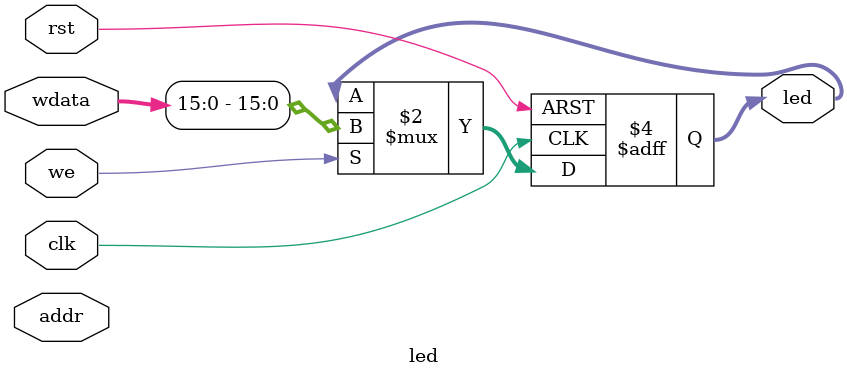
<source format=v>
`timescale 1ns / 1ps
module led(
    input  wire        rst,
    input  wire        clk,
    input  wire [31:0] addr,
    input  wire        we,
    input  wire [31:0] wdata,
    output reg [15:0]  led
);

    always @(posedge clk or posedge rst) begin
        if (rst) begin
            led <= 16'd0;
        end else begin 
            if (we) begin // 使用不同的偏移地址
                led <= wdata[15:0];
            end
        end   
    end
endmodule
</source>
